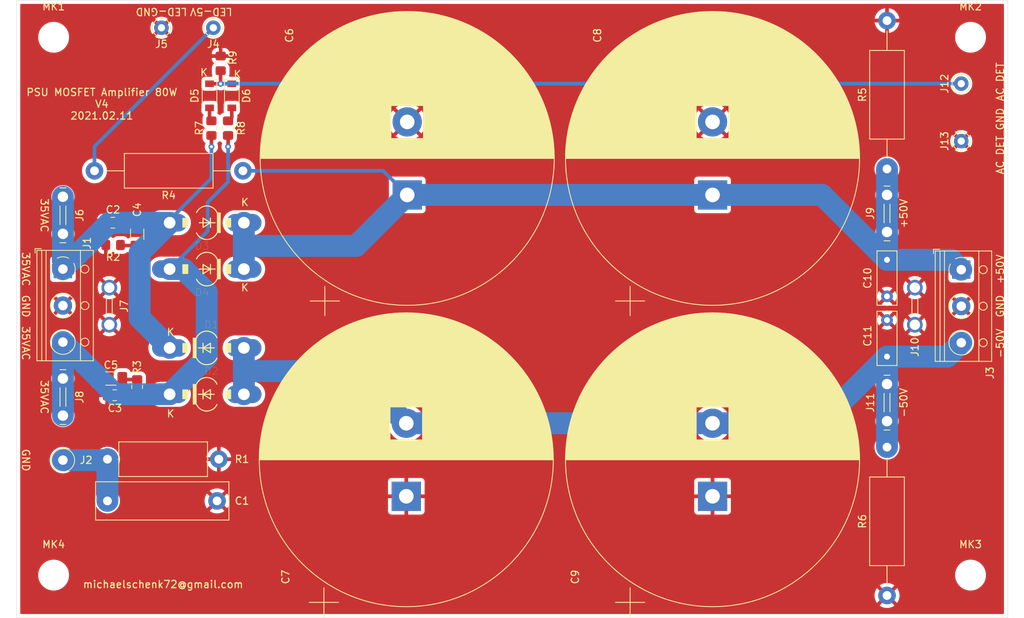
<source format=kicad_pcb>
(kicad_pcb (version 20211014) (generator pcbnew)
  (layers (0 "F.Cu" signal) (31 "B.Cu" signal) (34 "B.Paste" user) (35 "F.Paste" user) (36 "B.SilkS" user "B.Silkscreen") (37 "F.SilkS" user "F.Silkscreen") (38 "B.Mask" user) (39 "F.Mask" user) (44 "Edge.Cuts" user))
  (net 0 "")
  (net 1 "GND")
  (net 2 "Net-(C1-Pad1)")
  (net 3 "Net-(C2-Pad1)")
  (net 4 "Net-(C3-Pad2)")
  (net 5 "Net-(C4-Pad2)")
  (net 6 "Net-(C5-Pad2)")
  (net 7 "Net-(C10-Pad1)")
  (net 8 "Net-(C11-Pad2)")
  (net 9 "Net-(J4-Pad1)")
  (net 10 "Net-(D5-Pad1)")
  (net 11 "Net-(D5-Pad2)")
  (net 12 "Net-(D6-Pad2)")
  (footprint "Capacitor_THT:C_Rect_L18.0mm_W5.0mm_P15.00mm_FKS3_FKP3" (layer "F.Cu") (at 59.69 115.57)
    (fp_text reference "C1" (at 18.415 0) (layer "F.SilkS"))
    (fp_text value "2.2nF 2kV")
    (pad "1" thru_hole circle locked (at 0 0) (size 2.4 2.4) (drill 1.2) (layers *.Cu *.Mask) (net 2 "Net-(C1-Pad1)"))
    (pad "2" thru_hole circle locked (at 15 0) (size 2.4 2.4) (drill 1.2) (layers *.Cu *.Mask) (net 1 "GND"))
  )
  (footprint "Capacitor_SMD:C_0805_2012Metric_Pad1.18x1.45mm_HandSolder" (layer "F.Cu") (at 60.4305 77.47 180)
    (fp_text reference "C2" (at -0.0215 1.778) (layer "F.SilkS"))
    (fp_text value "Cx/10nF/200V")
    (pad "1" smd roundrect locked (at -1.0375 0 180) (size 1.175 1.45) (layers "F.Cu" "F.Paste" "F.Mask") (roundrect_rratio 0.2127659574) (net 3 "Net-(C2-Pad1)"))
    (pad "2" smd roundrect locked (at 1.0375 0 180) (size 1.175 1.45) (layers "F.Cu" "F.Paste" "F.Mask") (roundrect_rratio 0.2127659574) (net 1 "GND"))
  )
  (footprint "Capacitor_SMD:C_0805_2012Metric_Pad1.18x1.45mm_HandSolder" (layer "F.Cu") (at 60.6845 101.092)
    (fp_text reference "C3" (at 0.0215 1.778) (layer "F.SilkS"))
    (fp_text value "Cx/10nF/200V")
    (pad "1" smd roundrect locked (at -1.0375 0) (size 1.175 1.45) (layers "F.Cu" "F.Paste" "F.Mask") (roundrect_rratio 0.2127659574) (net 1 "GND"))
    (pad "2" smd roundrect locked (at 1.0375 0) (size 1.175 1.45) (layers "F.Cu" "F.Paste" "F.Mask") (roundrect_rratio 0.2127659574) (net 4 "Net-(C3-Pad2)"))
  )
  (footprint "Capacitor_SMD:C_1206_3216Metric_Pad1.33x1.80mm_HandSolder" (layer "F.Cu") (at 63.754 79.0325 -90)
    (fp_text reference "C4" (at -3.3405 0 90) (layer "F.SilkS"))
    (fp_text value "Cs")
    (pad "1" smd roundrect locked (at -1.5625 0 270) (size 1.325 1.8) (layers "F.Cu" "F.Paste" "F.Mask") (roundrect_rratio 0.1886784906) (net 3 "Net-(C2-Pad1)"))
    (pad "2" smd roundrect locked (at 1.5625 0 270) (size 1.325 1.8) (layers "F.Cu" "F.Paste" "F.Mask") (roundrect_rratio 0.1886784906) (net 5 "Net-(C4-Pad2)"))
  )
  (footprint "Capacitor_SMD:C_1206_3216Metric_Pad1.33x1.80mm_HandSolder" (layer "F.Cu") (at 60.1595 98.806)
    (fp_text reference "C5" (at 0 -1.85) (layer "F.SilkS"))
    (fp_text value "Cs")
    (pad "1" smd roundrect locked (at -1.5625 0) (size 1.325 1.8) (layers "F.Cu" "F.Paste" "F.Mask") (roundrect_rratio 0.1886784906) (net 1 "GND"))
    (pad "2" smd roundrect locked (at 1.5625 0) (size 1.325 1.8) (layers "F.Cu" "F.Paste" "F.Mask") (roundrect_rratio 0.1886784906) (net 6 "Net-(C5-Pad2)"))
  )
  (footprint "Capacitor_THT:CP_Radial_D40.0mm_P10.00mm_SnapIn" (layer "F.Cu") (at 100.711 73.66 90)
    (fp_text reference "C6" (at 21.844 -16.129 90) (layer "F.SilkS"))
    (fp_text value "10000uF/100V")
    (pad "1" thru_hole rect locked (at 0 0 90) (size 4 4) (drill 2) (layers *.Cu *.Mask) (net 7 "Net-(C10-Pad1)"))
    (pad "2" thru_hole circle locked (at 10 0 90) (size 4 4) (drill 2) (layers *.Cu *.Mask) (net 1 "GND"))
  )
  (footprint "Capacitor_THT:CP_Radial_D40.0mm_P10.00mm_SnapIn" (layer "F.Cu") (at 100.584 114.935 90)
    (fp_text reference "C7" (at -11.049 -16.51 90) (layer "F.SilkS"))
    (fp_text value "10000uF/100V")
    (pad "1" thru_hole rect locked (at 0 0 90) (size 4 4) (drill 2) (layers *.Cu *.Mask) (net 1 "GND"))
    (pad "2" thru_hole circle locked (at 10 0 90) (size 4 4) (drill 2) (layers *.Cu *.Mask) (net 8 "Net-(C11-Pad2)"))
  )
  (footprint "Capacitor_THT:CP_Radial_D40.0mm_P10.00mm_SnapIn" (layer "F.Cu") (at 142.494 73.66 90)
    (fp_text reference "C8" (at 21.844 -15.748 90) (layer "F.SilkS"))
    (fp_text value "10000uF/100V")
    (pad "1" thru_hole rect locked (at 0 0 90) (size 4 4) (drill 2) (layers *.Cu *.Mask) (net 7 "Net-(C10-Pad1)"))
    (pad "2" thru_hole circle locked (at 10 0 90) (size 4 4) (drill 2) (layers *.Cu *.Mask) (net 1 "GND"))
  )
  (footprint "Capacitor_THT:CP_Radial_D40.0mm_P10.00mm_SnapIn" (layer "F.Cu") (at 142.494 114.935 90)
    (fp_text reference "C9" (at -11.049 -18.796 90) (layer "F.SilkS"))
    (fp_text value "10000uF/100V")
    (pad "1" thru_hole rect locked (at 0 0 90) (size 4 4) (drill 2) (layers *.Cu *.Mask) (net 1 "GND"))
    (pad "2" thru_hole circle locked (at 10 0 90) (size 4 4) (drill 2) (layers *.Cu *.Mask) (net 8 "Net-(C11-Pad2)"))
  )
  (footprint "kicad-snk:SOD64-10" (layer "F.Cu") (at 73.279 94.615)
    (fp_text reference "D1" (at 0.63569 -3.17845) (layer "F.SilkS") (effects (font (size 1.001087 1.001087) (thickness 0.015))))
    (fp_text value "BYV98-200")
    (pad "1" thru_hole oval locked (at -5.08 0) (size 4.8006 2.4003) (drill 1.6002) (layers *.Cu *.Mask) (net 3 "Net-(C2-Pad1)"))
    (pad "2" thru_hole oval locked (at 5.08 0) (size 4.8006 2.4003) (drill 1.6002) (layers *.Cu *.Mask) (net 8 "Net-(C11-Pad2)"))
  )
  (footprint "kicad-snk:SOD64-10" (layer "F.Cu") (at 73.279 100.965)
    (fp_text reference "D2" (at 0.63569 -3.17845) (layer "F.SilkS") (effects (font (size 1.001087 1.001087) (thickness 0.015))))
    (fp_text value "BYV98-200")
    (pad "1" thru_hole oval locked (at -5.08 0) (size 4.8006 2.4003) (drill 1.6002) (layers *.Cu *.Mask) (net 4 "Net-(C3-Pad2)"))
    (pad "2" thru_hole oval locked (at 5.08 0) (size 4.8006 2.4003) (drill 1.6002) (layers *.Cu *.Mask) (net 8 "Net-(C11-Pad2)"))
  )
  (footprint "kicad-snk:SOD64-10" (layer "F.Cu") (at 73.279 77.47 180)
    (fp_text reference "D3" (at 0.63569 -3.17845) (layer "F.SilkS") (effects (font (size 1.001087 1.001087) (thickness 0.015))))
    (fp_text value "BYV98-200")
    (pad "1" thru_hole oval locked (at -5.08 0 180) (size 4.8006 2.4003) (drill 1.6002) (layers *.Cu *.Mask) (net 7 "Net-(C10-Pad1)"))
    (pad "2" thru_hole oval locked (at 5.08 0 180) (size 4.8006 2.4003) (drill 1.6002) (layers *.Cu *.Mask) (net 3 "Net-(C2-Pad1)"))
  )
  (footprint "kicad-snk:SOD64-10" (layer "F.Cu") (at 73.279 83.82 180)
    (fp_text reference "D4" (at 0.63569 -3.17845) (layer "F.SilkS") (effects (font (size 1.001087 1.001087) (thickness 0.015))))
    (fp_text value "BYV98-200")
    (pad "1" thru_hole oval locked (at -5.08 0 180) (size 4.8006 2.4003) (drill 1.6002) (layers *.Cu *.Mask) (net 7 "Net-(C10-Pad1)"))
    (pad "2" thru_hole oval locked (at 5.08 0 180) (size 4.8006 2.4003) (drill 1.6002) (layers *.Cu *.Mask) (net 4 "Net-(C3-Pad2)"))
  )
  (footprint "TerminalBlock_RND:TerminalBlock_RND_205-00013_1x03_P5.00mm_Horizontal" (layer "F.Cu") (at 53.594 83.82 -90)
    (fp_text reference "J1" (at -3.556 -3.302 90) (layer "F.SilkS"))
    (fp_text value "Screw_Terminal_01x03")
    (pad "1" thru_hole rect locked (at 0 0 270) (size 2.5 2.5) (drill 1.3) (layers *.Cu *.Mask) (net 3 "Net-(C2-Pad1)"))
    (pad "2" thru_hole circle locked (at 5 0 270) (size 2.5 2.5) (drill 1.3) (layers *.Cu *.Mask) (net 1 "GND"))
    (pad "3" thru_hole circle locked (at 10 0 270) (size 2.5 2.5) (drill 1.3) (layers *.Cu *.Mask) (net 4 "Net-(C3-Pad2)"))
  )
  (footprint "Connector_Pin:Pin_D1.3mm_L11.0mm" (layer "F.Cu") (at 53.594 109.982)
    (fp_text reference "J2" (at 3.175 0) (layer "F.SilkS"))
    (fp_text value "EARTH")
    (pad "1" thru_hole circle locked (at 0 0) (size 2.6 2.6) (drill 1.3) (layers *.Cu *.Mask) (net 2 "Net-(C1-Pad1)"))
  )
  (footprint "Resistor_THT:R_Axial_DIN0414_L11.9mm_D4.5mm_P15.24mm_Horizontal" (layer "F.Cu") (at 59.69 109.855)
    (fp_text reference "R1" (at 18.415 0) (layer "F.SilkS"))
    (fp_text value "100R/2W")
    (pad "1" thru_hole circle locked (at 0 0) (size 2.4 2.4) (drill 1.2) (layers *.Cu *.Mask) (net 2 "Net-(C1-Pad1)"))
    (pad "2" thru_hole oval locked (at 15.24 0) (size 2.4 2.4) (drill 1.2) (layers *.Cu *.Mask) (net 1 "GND"))
  )
  (footprint "Resistor_SMD:R_0805_2012Metric_Pad1.20x1.40mm_HandSolder" (layer "F.Cu") (at 60.468 80.518 180)
    (fp_text reference "R2" (at 0 -1.65) (layer "F.SilkS"))
    (fp_text value "Rs/1/8W")
    (pad "1" smd roundrect locked (at -1 0 180) (size 1.2 1.4) (layers "F.Cu" "F.Paste" "F.Mask") (roundrect_rratio 0.2083325) (net 5 "Net-(C4-Pad2)"))
    (pad "2" smd roundrect locked (at 1 0 180) (size 1.2 1.4) (layers "F.Cu" "F.Paste" "F.Mask") (roundrect_rratio 0.2083325) (net 1 "GND"))
  )
  (footprint "Resistor_SMD:R_0805_2012Metric_Pad1.20x1.40mm_HandSolder" (layer "F.Cu") (at 63.754 99.949 -90)
    (fp_text reference "R3" (at -2.667 0 90) (layer "F.SilkS"))
    (fp_text value "Rs/1/8W")
    (pad "1" smd roundrect locked (at -1 0 270) (size 1.2 1.4) (layers "F.Cu" "F.Paste" "F.Mask") (roundrect_rratio 0.2083325) (net 6 "Net-(C5-Pad2)"))
    (pad "2" smd roundrect locked (at 1 0 270) (size 1.2 1.4) (layers "F.Cu" "F.Paste" "F.Mask") (roundrect_rratio 0.2083325) (net 4 "Net-(C3-Pad2)"))
  )
  (footprint "Capacitor_THT:C_Rect_L7.2mm_W2.5mm_P5.00mm_FKS2_FKP2_MKS2_MKP2" (layer "F.Cu") (at 166.37 82.55 -90)
    (fp_text reference "C10" (at 2.5 2.667 90) (layer "F.SilkS"))
    (fp_text value "100n")
    (pad "1" thru_hole circle locked (at 0 0 270) (size 1.6 1.6) (drill 0.8) (layers *.Cu *.Mask) (net 7 "Net-(C10-Pad1)"))
    (pad "2" thru_hole circle locked (at 5 0 270) (size 1.6 1.6) (drill 0.8) (layers *.Cu *.Mask) (net 1 "GND"))
  )
  (footprint "Capacitor_THT:C_Rect_L7.2mm_W2.5mm_P5.00mm_FKS2_FKP2_MKS2_MKP2" (layer "F.Cu") (at 166.37 90.805 -90)
    (fp_text reference "C11" (at 2.159 2.667 90) (layer "F.SilkS"))
    (fp_text value "100n")
    (pad "1" thru_hole circle locked (at 0 0 270) (size 1.6 1.6) (drill 0.8) (layers *.Cu *.Mask) (net 1 "GND"))
    (pad "2" thru_hole circle locked (at 5 0 270) (size 1.6 1.6) (drill 0.8) (layers *.Cu *.Mask) (net 8 "Net-(C11-Pad2)"))
  )
  (footprint "MountingHole:MountingHole_3.2mm_M3" (layer "F.Cu") (at 177.8 52.07)
    (fp_text reference "MK2" (at 0 -4.2) (layer "F.SilkS"))
    (fp_text value "Mounting_Hole_PAD")
    (pad "" np_thru_hole circle locked (at 0 0) (size 3.2 3.2) (drill 3.2) (layers *.Cu *.Mask))
  )
  (footprint "MountingHole:MountingHole_3.2mm_M3" (layer "F.Cu") (at 177.8 125.73)
    (fp_text reference "MK3" (at 0 -4.2) (layer "F.SilkS"))
    (fp_text value "Mounting_Hole_PAD")
    (pad "" np_thru_hole circle locked (at 0 0) (size 3.2 3.2) (drill 3.2) (layers *.Cu *.Mask))
  )
  (footprint "MountingHole:MountingHole_3.2mm_M3" (layer "F.Cu") (at 52.324 125.73)
    (fp_text reference "MK4" (at 0 -4.2) (layer "F.SilkS"))
    (fp_text value "Mounting_Hole_PAD")
    (pad "" np_thru_hole circle locked (at 0 0) (size 3.2 3.2) (drill 3.2) (layers *.Cu *.Mask))
  )
  (footprint "MountingHole:MountingHole_3.2mm_M3" (layer "F.Cu") (at 52.324 52.07)
    (fp_text reference "MK1" (at 0 -4.2) (layer "F.SilkS"))
    (fp_text value "Mounting_Hole_PAD")
    (pad "" np_thru_hole circle locked (at 0 0) (size 3.2 3.2) (drill 3.2) (layers *.Cu *.Mask))
  )
  (footprint "TerminalBlock_RND:TerminalBlock_RND_205-00013_1x03_P5.00mm_Horizontal" (layer "F.Cu") (at 176.53 83.9 -90)
    (fp_text reference "J3" (at 14.144 -3.937 90) (layer "F.SilkS"))
    (fp_text value "Screw_Terminal_01x03")
    (pad "1" thru_hole rect locked (at 0 0 270) (size 2.5 2.5) (drill 1.3) (layers *.Cu *.Mask) (net 7 "Net-(C10-Pad1)"))
    (pad "2" thru_hole circle locked (at 5 0 270) (size 2.5 2.5) (drill 1.3) (layers *.Cu *.Mask) (net 1 "GND"))
    (pad "3" thru_hole circle locked (at 10 0 270) (size 2.5 2.5) (drill 1.3) (layers *.Cu *.Mask) (net 8 "Net-(C11-Pad2)"))
  )
  (footprint "kicad-snk:TE_62409-1" (layer "F.Cu") (at 166.37 102.108 -90)
    (fp_text reference "J11" (at 0 2.286 90) (layer "F.SilkS") (effects (font (size 1.001661 1.001661))))
    (fp_text value "Conn_01x02")
    (pad "1" thru_hole circle (at -2.54 0 270) (size 2.145 2.145) (drill 1.43) (layers *.Cu *.Mask) (net 8 "Net-(C11-Pad2)"))
    (pad "2" thru_hole circle (at 2.54 0 270) (size 2.145 2.145) (drill 1.43) (layers *.Cu *.Mask) (net 8 "Net-(C11-Pad2)"))
  )
  (footprint "Connector_Pin:Pin_D1.0mm_L10.0mm" (layer "F.Cu") (at 176.53 66.294)
    (fp_text reference "J13" (at -2.286 0 90) (layer "F.SilkS"))
    (fp_text value "AC_DET_GND")
    (pad "1" thru_hole circle (at 0 0) (size 2 2) (drill 1) (layers *.Cu *.Mask) (net 1 "GND"))
  )
  (footprint "Resistor_SMD:R_0805_2012Metric_Pad1.20x1.40mm_HandSolder" (layer "F.Cu") (at 76.2 64.516 90)
    (fp_text reference "R8" (at 0 1.778 90) (layer "F.SilkS"))
    (fp_text value "22k")
    (pad "1" smd roundrect (at -1 0 90) (size 1.2 1.4) (layers "F.Cu" "F.Paste" "F.Mask") (roundrect_rratio 0.2083333333) (net 4 "Net-(C3-Pad2)"))
    (pad "2" smd roundrect (at 1 0 90) (size 1.2 1.4) (layers "F.Cu" "F.Paste" "F.Mask") (roundrect_rratio 0.2083333333) (net 12 "Net-(D6-Pad2)"))
  )
  (footprint "Resistor_SMD:R_0805_2012Metric_Pad1.20x1.40mm_HandSolder" (layer "F.Cu") (at 73.914 64.516 90)
    (fp_text reference "R7" (at 0 -1.65 90) (layer "F.SilkS"))
    (fp_text value "22k")
    (pad "1" smd roundrect (at -1 0 90) (size 1.2 1.4) (layers "F.Cu" "F.Paste" "F.Mask") (roundrect_rratio 0.2083333333) (net 3 "Net-(C2-Pad1)"))
    (pad "2" smd roundrect (at 1 0 90) (size 1.2 1.4) (layers "F.Cu" "F.Paste" "F.Mask") (roundrect_rratio 0.2083333333) (net 11 "Net-(D5-Pad2)"))
  )
  (footprint "kicad-snk:TE_62409-1" (layer "F.Cu") (at 53.594 76.454 90)
    (fp_text reference "J6" (at 0 2.286 270) (layer "F.SilkS") (effects (font (size 1.001661 1.001661))))
    (fp_text value "Conn_01x02" hide)
    (pad "1" thru_hole circle (at -2.54 0 90) (size 2.145 2.145) (drill 1.43) (layers *.Cu *.Mask) (net 3 "Net-(C2-Pad1)"))
    (pad "2" thru_hole circle (at 2.54 0 90) (size 2.145 2.145) (drill 1.43) (layers *.Cu *.Mask) (net 3 "Net-(C2-Pad1)"))
  )
  (footprint "kicad-snk:TE_62409-1" (layer "F.Cu") (at 166.37 76.2 90)
    (fp_text reference "J9" (at 0 -2.286 90) (layer "F.SilkS") (effects (font (size 1.001661 1.001661))))
    (fp_text value "Conn_01x02")
    (pad "1" thru_hole circle (at -2.54 0 90) (size 2.145 2.145) (drill 1.43) (layers *.Cu *.Mask) (net 7 "Net-(C10-Pad1)"))
    (pad "2" thru_hole circle (at 2.54 0 90) (size 2.145 2.145) (drill 1.43) (layers *.Cu *.Mask) (net 7 "Net-(C10-Pad1)"))
  )
  (footprint "Connector_Pin:Pin_D1.0mm_L10.0mm" (layer "F.Cu") (at 176.53 58.42)
    (fp_text reference "J12" (at -2.286 0 90) (layer "F.SilkS"))
    (fp_text value "AC_DET")
    (pad "1" thru_hole circle (at 0 0) (size 2 2) (drill 1) (layers *.Cu *.Mask) (net 10 "Net-(D5-Pad1)"))
  )
  (footprint "Connector_Pin:Pin_D1.0mm_L10.0mm" (layer "F.Cu") (at 67.078 50.768)
    (fp_text reference "J5" (at 0 2.25) (layer "F.SilkS"))
    (fp_text value "LED_GND")
    (pad "1" thru_hole circle locked (at 0 0) (size 2 2) (drill 1) (layers *.Cu *.Mask) (net 1 "GND"))
  )
  (footprint "Resistor_THT:R_Axial_DIN0414_L11.9mm_D4.5mm_P20.32mm_Horizontal" (layer "F.Cu") (at 78.232 70.358 180)
    (fp_text reference "R4" (at 10.16 -3.37) (layer "F.SilkS"))
    (fp_text value "3.9k/2W")
    (pad "1" thru_hole circle (at 0 0 180) (size 2.4 2.4) (drill 1.2) (layers *.Cu *.Mask) (net 7 "Net-(C10-Pad1)"))
    (pad "2" thru_hole oval (at 20.32 0 180) (size 2.4 2.4) (drill 1.2) (layers *.Cu *.Mask) (net 9 "Net-(J4-Pad1)"))
  )
  (footprint "Diode_SMD:D_SOD-123" (layer "F.Cu") (at 73.66 60.086 -90)
    (fp_text reference "D5" (at 0 2.032 90) (layer "F.SilkS"))
    (fp_text value "1N914")
    (pad "1" smd rect (at -1.65 0 270) (size 0.9 1.2) (layers "F.Cu" "F.Paste" "F.Mask") (net 10 "Net-(D5-Pad1)"))
    (pad "2" smd rect (at 1.65 0 270) (size 0.9 1.2) (layers "F.Cu" "F.Paste" "F.Mask") (net 11 "Net-(D5-Pad2)"))
  )
  (footprint "Connector_Pin:Pin_D1.0mm_L10.0mm" (layer "F.Cu") (at 74.178 50.768)
    (fp_text reference "J4" (at 0 2.25) (layer "F.SilkS"))
    (fp_text value "LED_5V")
    (pad "1" thru_hole circle locked (at 0 0) (size 2 2) (drill 1) (layers *.Cu *.Mask) (net 9 "Net-(J4-Pad1)"))
  )
  (footprint "kicad-snk:TE_62409-1" (layer "F.Cu") (at 170.18 88.9 90)
    (fp_text reference "J10" (at -5.588 0 90) (layer "F.SilkS") (effects (font (size 1.001661 1.001661))))
    (fp_text value "Conn_01x02")
    (pad "1" thru_hole circle (at -2.54 0 90) (size 2.145 2.145) (drill 1.43) (layers *.Cu *.Mask) (net 1 "GND"))
    (pad "2" thru_hole circle (at 2.54 0 90) (size 2.145 2.145) (drill 1.43) (layers *.Cu *.Mask) (net 1 "GND"))
  )
  (footprint "Diode_SMD:D_SOD-123" (layer "F.Cu") (at 76.708 60.088 -90)
    (fp_text reference "D6" (at 0 -2 90) (layer "F.SilkS"))
    (fp_text value "1N914")
    (pad "1" smd rect (at -1.65 0 270) (size 0.9 1.2) (layers "F.Cu" "F.Paste" "F.Mask") (net 10 "Net-(D5-Pad1)"))
    (pad "2" smd rect (at 1.65 0 270) (size 0.9 1.2) (layers "F.Cu" "F.Paste" "F.Mask") (net 12 "Net-(D6-Pad2)"))
  )
  (footprint "Resistor_THT:R_Axial_DIN0414_L11.9mm_D4.5mm_P20.32mm_Horizontal" (layer "F.Cu") (at 166.37 70.104 90)
    (fp_text reference "R5" (at 10.16 -3.37 90) (layer "F.SilkS"))
    (fp_text value "4.7k/2W")
    (pad "1" thru_hole circle (at 0 0 90) (size 2.4 2.4) (drill 1.2) (layers *.Cu *.Mask) (net 7 "Net-(C10-Pad1)"))
    (pad "2" thru_hole oval (at 20.32 0 90) (size 2.4 2.4) (drill 1.2) (layers *.Cu *.Mask) (net 1 "GND"))
  )
  (footprint "Resistor_THT:R_Axial_DIN0414_L11.9mm_D4.5mm_P20.32mm_Horizontal" (layer "F.Cu") (at 166.37 128.524 90)
    (fp_text reference "R6" (at 10.16 -3.37 90) (layer "F.SilkS"))
    (fp_text value "4.7k/2W")
    (pad "1" thru_hole circle (at 0 0 90) (size 2.4 2.4) (drill 1.2) (layers *.Cu *.Mask) (net 1 "GND"))
    (pad "2" thru_hole oval (at 20.32 0 90) (size 2.4 2.4) (drill 1.2) (layers *.Cu *.Mask) (net 8 "Net-(C11-Pad2)"))
  )
  (footprint "kicad-snk:TE_62409-1" (layer "F.Cu") (at 53.594 101.346 90)
    (fp_text reference "J8" (at 0 2.286 270) (layer "F.SilkS") (effects (font (size 1.001661 1.001661))))
    (fp_text value "Conn_01x02" hide)
    (pad "1" thru_hole circle (at -2.54 0 90) (size 2.145 2.145) (drill 1.43) (layers *.Cu *.Mask) (net 4 "Net-(C3-Pad2)"))
    (pad "2" thru_hole circle (at 2.54 0 90) (size 2.145 2.145) (drill 1.43) (layers *.Cu *.Mask) (net 4 "Net-(C3-Pad2)"))
  )
  (footprint "Resistor_SMD:R_0805_2012Metric_Pad1.20x1.40mm_HandSolder" (layer "F.Cu") (at 75.184 55.642 -90)
    (fp_text reference "R9" (at -0.778 -1.65 90) (layer "F.SilkS"))
    (fp_text value "10k")
    (pad "1" smd roundrect (at -1 0 270) (size 1.2 1.4) (layers "F.Cu" "F.Paste" "F.Mask") (roundrect_rratio 0.2083333333) (net 1 "GND"))
    (pad "2" smd roundrect (at 1 0 270) (size 1.2 1.4) (layers "F.Cu" "F.Paste" "F.Mask") (roundrect_rratio 0.2083333333) (net 10 "Net-(D5-Pad1)"))
  )
  (footprint "kicad-snk:TE_62409-1" (layer "F.Cu") (at 59.944 88.9 90)
    (fp_text reference "J7" (at 0 2.032 90) (layer "F.SilkS") (effects (font (size 1.001661 1.001661))))
    (fp_text value "Conn_01x02")
    (pad "1" thru_hole circle (at -2.54 0 90) (size 2.145 2.145) (drill 1.43) (layers *.Cu *.Mask) (net 1 "GND"))
    (pad "2" thru_hole circle (at 2.54 0 90) (size 2.145 2.145) (drill 1.43) (layers *.Cu *.Mask) (net 1 "GND"))
  )
  (gr_line (start 47.244 46.99) (end 47.244 131.572) (layer "Edge.Cuts") (width 0.05))
  (gr_line (start 182.88 131.572) (end 182.88 46.99) (layer "Edge.Cuts") (width 0.05))
  (gr_line (start 47.244 131.572) (end 182.88 131.572) (layer "Edge.Cuts") (width 0.05))
  (gr_line (start 182.88 46.99) (end 47.244 46.99) (layer "Edge.Cuts") (width 0.05))
  (gr_text "+50V" (at 168.656 76.2 90) (layer "F.SilkS") (effects (font (size 1 1))))
  (gr_text "-50V" (at 168.656 102.108 90) (layer "F.SilkS") (effects (font (size 1 1))))
  (gr_text "K" (at 78.486 86.36) (layer "F.SilkS") (effects (font (size 1 1))))
  (gr_text "K" (at 68.326 92.456) (layer "F.SilkS") (effects (font (size 1 1))))
  (gr_text "K" (at 68.326 103.632) (layer "F.SilkS") (effects (font (size 1 1))))
  (gr_text "35VAC" (at 48.514 93.98 270) (layer "F.SilkS") (effects (font (size 1 1))))
  (gr_text "35VAC" (at 51.054 101.346 270) (layer "F.SilkS") (effects (font (size 1 1))))
  (gr_text "35VAC" (at 51.054 76.454 270) (layer "F.SilkS") (effects (font (size 1 1))))
  (gr_text "GND" (at 48.514 109.982 270) (layer "F.SilkS") (effects (font (size 1 1))))
  (gr_text "35VAC" (at 48.514 83.82 270) (layer "F.SilkS") (effects (font (size 1 1))))
  (gr_text "+50V" (at 181.864 83.82 90) (layer "F.SilkS") (effects (font (size 1 1))))
  (gr_text "LED-5V" (at 73.878 48.568 180) (layer "F.SilkS") (effects (font (size 1 1))))
  (gr_text "K" (at 78.486 74.676) (layer "F.SilkS") (effects (font (size 1 1))))
  (gr_text "GND" (at 181.864 88.9 90) (layer "F.SilkS") (effects (font (size 1 1))))
  (gr_text "GND" (at 48.514 88.9 270) (layer "F.SilkS") (effects (font (size 1 1))))
  (gr_text "K" (at 77.47 57.15) (layer "F.SilkS") (effects (font (size 1 1))))
  (gr_text "LED-GND" (at 67.078 48.568 180) (layer "F.SilkS") (effects (font (size 1 1))))
  (gr_text "PSU MOSFET Amplifier 80W\nV4\n2021.02.11" (at 58.928 61.214) (layer "F.SilkS") (effects (font (size 1 1))))
  (gr_text "-50V" (at 181.864 93.98 90) (layer "F.SilkS") (effects (font (size 1 1))))
  (gr_text "K" (at 72.898 56.896) (layer "F.SilkS") (effects (font (size 1 1))))
  (gr_text "AC_DET_GND" (at 181.864 66.294 90) (layer "F.SilkS") (effects (font (size 1 1))))
  (gr_text "AC_DET" (at 181.864 58.166 90) (layer "F.SilkS") (effects (font (size 1 1))))
  (gr_text "michaelschenk72@gmail.com" (at 67.31 127) (layer "F.SilkS") (effects (font (size 1 1))))
  (segment (start 59.69 109.855) (end 59.69 115.57) (width 3) (layer "B.Cu") (net 2))
  (segment (start 59.563 109.982) (end 59.69 109.855) (width 3) (layer "B.Cu") (net 2))
  (segment (start 53.594 109.982) (end 59.563 109.982) (width 3) (layer "B.Cu") (net 2))
  (segment (start 63.754 77.47) (end 61.468 77.47) (width 0.5) (layer "F.Cu") (net 3))
  (segment (start 63.754 77.47) (end 68.199 77.47) (width 0.5) (layer "F.Cu") (net 3))
  (segment (start 73.914 65.516) (end 73.914 67.056) (width 0.5) (layer "F.Cu") (net 3))
  (via (at 73.914 67.056) (size 0.8) (drill 0.4) (layers "F.Cu" "B.Cu") (net 3))
  (segment (start 64.09869 90.51469) (end 68.199 94.615) (width 3) (layer "B.Cu") (net 3))
  (segment (start 64.09869 81.57031) (end 64.09869 90.51469) (width 3) (layer "B.Cu") (net 3))
  (segment (start 73.914 67.056) (end 73.914 71.374) (width 0.5) (layer "B.Cu") (net 3))
  (segment (start 53.594 78.994) (end 53.594 73.914) (width 3) (layer "B.Cu") (net 3))
  (segment (start 68.199 77.47) (end 59.944 77.47) (width 3) (layer "B.Cu") (net 3))
  (segment (start 68.199 77.089) (end 68.199 77.47) (width 0.5) (layer "B.Cu") (net 3))
  (segment (start 68.199 77.47) (end 64.09869 81.57031) (width 3) (layer "B.Cu") (net 3))
  (segment (start 59.944 77.47) (end 53.594 83.82) (width 3) (layer "B.Cu") (net 3))
  (segment (start 53.594 83.82) (end 53.594 78.994) (width 3) (layer "B.Cu") (net 3))
  (segment (start 73.914 71.374) (end 68.199 77.089) (width 0.5) (layer "B.Cu") (net 3))
  (segment (start 68.183 100.949) (end 68.199 100.965) (width 0.5) (layer "F.Cu") (net 4))
  (segment (start 63.754 100.949) (end 61.865 100.949) (width 0.5) (layer "F.Cu") (net 4))
  (segment (start 76.2 65.516) (end 76.2 67.056) (width 0.5) (layer "F.Cu") (net 4))
  (segment (start 63.754 100.949) (end 68.183 100.949) (width 0.5) (layer "F.Cu") (net 4))
  (segment (start 61.865 100.949) (end 61.722 101.092) (width 0.5) (layer "F.Cu") (net 4))
  (via (at 76.2 67.056) (size 0.8) (drill 0.4) (layers "F.Cu" "B.Cu") (net 4))
  (segment (start 53.594 93.82) (end 53.594 98.806) (width 3) (layer "B.Cu") (net 4))
  (segment (start 76.2 71.882) (end 73.406 74.676) (width 0.5) (layer "B.Cu") (net 4))
  (segment (start 68.199 100.965) (end 73.279 95.885) (width 3) (layer "B.Cu") (net 4))
  (segment (start 70.104 83.82) (end 68.199 83.82) (width 3) (layer "B.Cu") (net 4))
  (segment (start 73.279 86.995) (end 70.104 83.82) (width 3) (layer "B.Cu") (net 4))
  (segment (start 73.406 78.613) (end 68.199 83.82) (width 0.5) (layer "B.Cu") (net 4))
  (segment (start 76.2 67.056) (end 76.2 71.882) (width 0.5) (layer "B.Cu") (net 4))
  (segment (start 73.279 95.885) (end 73.279 86.995) (width 3) (layer "B.Cu") (net 4))
  (segment (start 68.199 100.965) (end 60.739 100.965) (width 3) (layer "B.Cu") (net 4))
  (segment (start 73.406 74.676) (end 73.406 78.613) (width 0.5) (layer "B.Cu") (net 4))
  (segment (start 53.594 98.806) (end 53.594 103.886) (width 3) (layer "B.Cu") (net 4))
  (segment (start 60.739 100.965) (end 53.594 93.82) (width 3) (layer "B.Cu") (net 4))
  (segment (start 61.545 80.595) (end 61.468 80.518) (width 0.5) (layer "F.Cu") (net 5))
  (segment (start 63.754 80.595) (end 61.545 80.595) (width 0.5) (layer "F.Cu") (net 5))
  (segment (start 61.865 98.949) (end 61.722 98.806) (width 0.5) (layer "F.Cu") (net 6))
  (segment (start 63.754 98.949) (end 61.865 98.949) (width 0.5) (layer "F.Cu") (net 6))
  (segment (start 166.37 78.74) (end 166.37 73.66) (width 3) (layer "B.Cu") (net 7))
  (segment (start 78.359 80.645) (end 78.359 77.47) (width 3) (layer "B.Cu") (net 7))
  (segment (start 157.48 73.66) (end 166.37 82.55) (width 3) (layer "B.Cu") (net 7))
  (segment (start 166.37 82.55) (end 175.18 82.55) (width 3) (layer "B.Cu") (net 7))
  (segment (start 175.18 82.55) (end 176.53 83.9) (width 3) (layer "B.Cu") (net 7))
  (segment (start 100.711 73.66) (end 142.494 73.66) (width 3) (layer "B.Cu") (net 7))
  (segment (start 78.359 83.82) (end 78.359 80.645) (width 3) (layer "B.Cu") (net 7))
  (segment (start 93.726 80.645) (end 100.711 73.66) (width 3) (layer "B.Cu") (net 7))
  (segment (start 97.409 70.358) (end 100.711 73.66) (width 0.5) (layer "B.Cu") (net 7))
  (segment (start 78.359 80.645) (end 93.726 80.645) (width 3) (layer "B.Cu") (net 7))
  (segment (start 166.37 82.55) (end 166.37 78.74) (width 3) (layer "B.Cu") (net 7))
  (segment (start 78.232 70.358) (end 97.409 70.358) (width 0.5) (layer "B.Cu") (net 7))
  (segment (start 166.37 73.66) (end 166.37 70.104) (width 3) (layer "B.Cu") (net 7))
  (segment (start 142.494 73.66) (end 157.48 73.66) (width 3) (layer "B.Cu") (net 7))
  (segment (start 157.24 104.935) (end 166.37 95.805) (width 3) (layer "B.Cu") (net 8))
  (segment (start 174.625 95.805) (end 176.53 93.9) (width 3) (layer "B.Cu") (net 8))
  (segment (start 166.37 104.648) (end 166.37 108.204) (width 3) (layer "B.Cu") (net 8))
  (segment (start 166.37 99.568) (end 166.37 104.648) (width 3) (layer "B.Cu") (net 8))
  (segment (start 142.494 104.935) (end 100.584 104.935) (width 3) (layer "B.Cu") (net 8))
  (segment (start 166.37 95.805) (end 174.625 95.805) (width 3) (layer "B.Cu") (net 8))
  (segment (start 78.359 97.79) (end 93.439 97.79) (width 3) (layer "B.Cu") (net 8))
  (segment (start 142.494 104.935) (end 157.24 104.935) (width 3) (layer "B.Cu") (net 8))
  (segment (start 93.439 97.79) (end 100.584 104.935) (width 3) (layer "B.Cu") (net 8))
  (segment (start 78.359 100.965) (end 78.359 97.79) (width 3) (layer "B.Cu") (net 8))
  (segment (start 78.359 97.79) (end 78.359 94.615) (width 3) (layer "B.Cu") (net 8))
  (segment (start 166.37 95.805) (end 166.37 99.568) (width 3) (layer "B.Cu") (net 8))
  (segment (start 57.912 67.034) (end 74.178 50.768) (width 0.5) (layer "B.Cu") (net 9))
  (segment (start 57.912 70.358) (end 57.912 67.034) (width 0.5) (layer "B.Cu") (net 9))
  (segment (start 76.706 58.436) (end 76.708 58.438) (width 0.5) (layer "F.Cu") (net 10))
  (segment (start 73.66 58.436) (end 75.168 58.436) (width 0.5) (layer "F.Cu") (net 10))
  (segment (start 75.168 58.436) (end 75.168 56.658) (width 0.5) (layer "F.Cu") (net 10))
  (segment (start 75.168 58.436) (end 76.706 58.436) (width 0.5) (layer "F.Cu") (net 10))
  (segment (start 75.168 56.658) (end 75.184 56.642) (width 0.5) (layer "F.Cu") (net 10))
  (via (at 75.168 58.436) (size 0.8) (drill 0.4) (layers "F.Cu" "B.Cu") (net 10))
  (segment (start 75.184 58.42) (end 75.168 58.436) (width 0.5) (layer "B.Cu") (net 10))
  (segment (start 176.53 58.42) (end 75.184 58.42) (width 0.5) (layer "B.Cu") (net 10))
  (segment (start 73.66 61.736) (end 73.66 63.262) (width 0.5) (layer "F.Cu") (net 11))
  (segment (start 73.66 63.262) (end 73.914 63.516) (width 0.5) (layer "F.Cu") (net 11))
  (segment (start 76.708 63.008) (end 76.2 63.516) (width 0.5) (layer "F.Cu") (net 12))
  (segment (start 76.708 61.738) (end 76.708 63.008) (width 0.5) (layer "F.Cu") (net 12))
  (zone (net 1) (net_name "GND") (layer "F.Cu") (connect_pads (clearance 0.508)) (min_thickness 0.254) (fill yes (thermal_gap 0.508) (thermal_bridge_width 0.508))
    (polygon (pts (xy 182.88 131.572) (xy 47.244 131.572) (xy 47.244 46.99) (xy 182.88 46.99)))
  )
)
</source>
